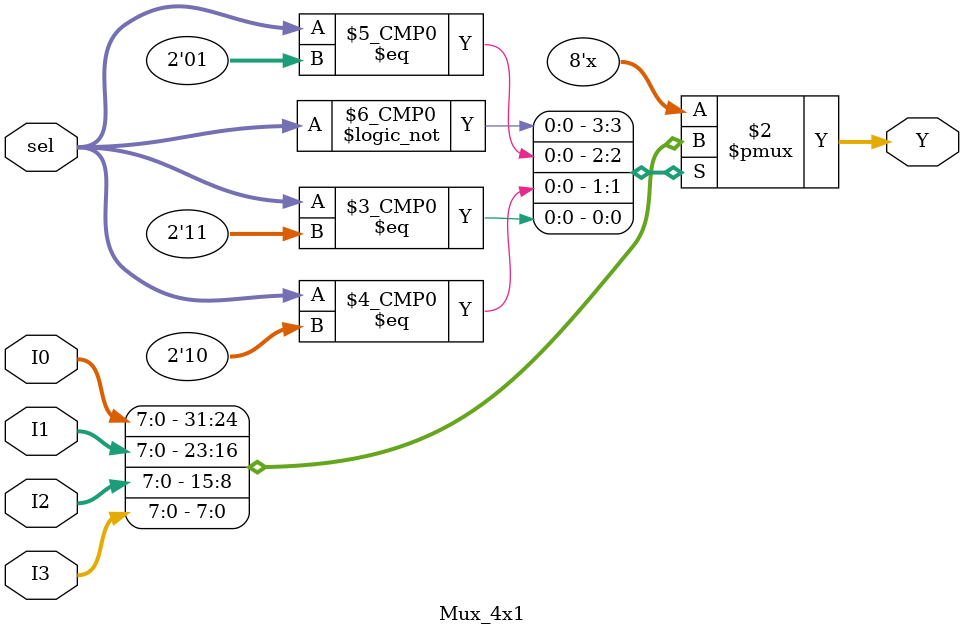
<source format=v>
`timescale  1ns/100ps

module Mux_4x1 (I0, I1, I2, I3, sel, Y);
  //port declaration
  input [7:0] I0, I1, I2, I3; //8 bit inputs
  input[1:0] sel; //2 bit selector
  output reg [7:0] Y; //8 bit output

  //Modify Y, whenever inputs change
  always @(I0, I1, I2, I3, sel) begin
    case (sel)
      2'b00: #1 Y = I0;
      2'b01: #1  Y = I1; 
      2'b10: #1  Y = I2; 
      2'b11: #1  Y = I3; 
      // default: Y = 0;
    endcase
    
  end
endmodule
</source>
